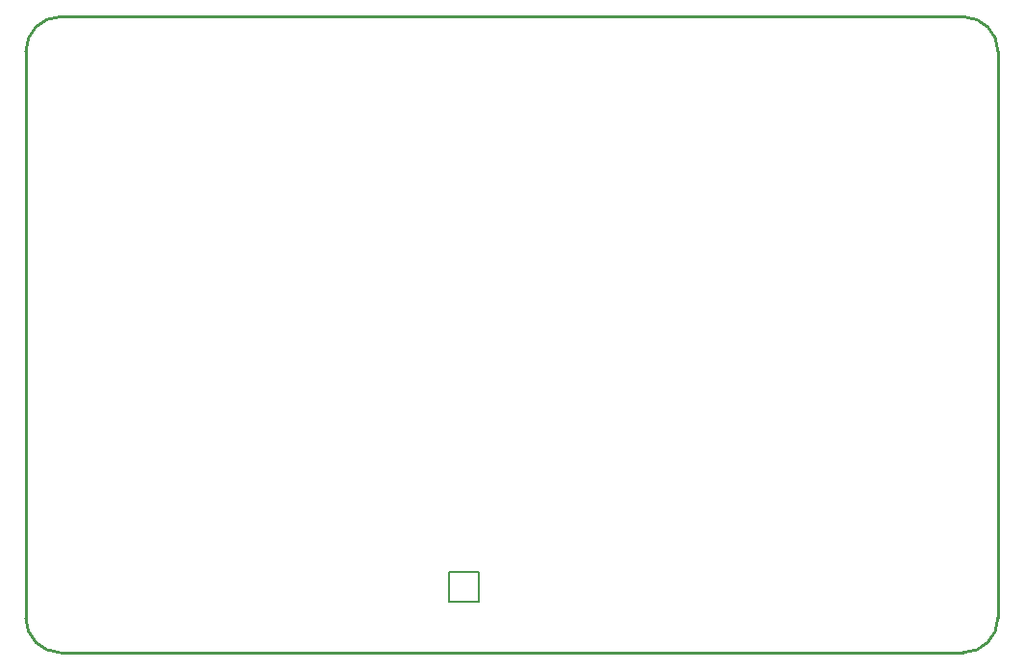
<source format=gm1>
G04 Layer_Color=16711935*
%FSLAX25Y25*%
%MOIN*%
G70*
G01*
G75*
%ADD43C,0.01000*%
%ADD47C,0.00787*%
D43*
X0Y-208472D02*
G03*
X12000Y-220472I12000J0D01*
G01*
Y0D02*
G03*
X0Y-12000I0J-12000D01*
G01*
X337008D02*
G03*
X325008Y0I-12000J0D01*
G01*
Y-220472D02*
G03*
X337008Y-208472I0J12000D01*
G01*
X0D02*
Y-12000D01*
X12000Y0D02*
X325008D01*
X337008Y-208472D02*
Y-12000D01*
X12000Y-220472D02*
X325008D01*
D47*
X146782Y-202718D02*
Y-192482D01*
Y-202718D02*
X157018D01*
Y-192482D01*
Y-202718D02*
Y-192482D01*
X146782D02*
X157018D01*
M02*

</source>
